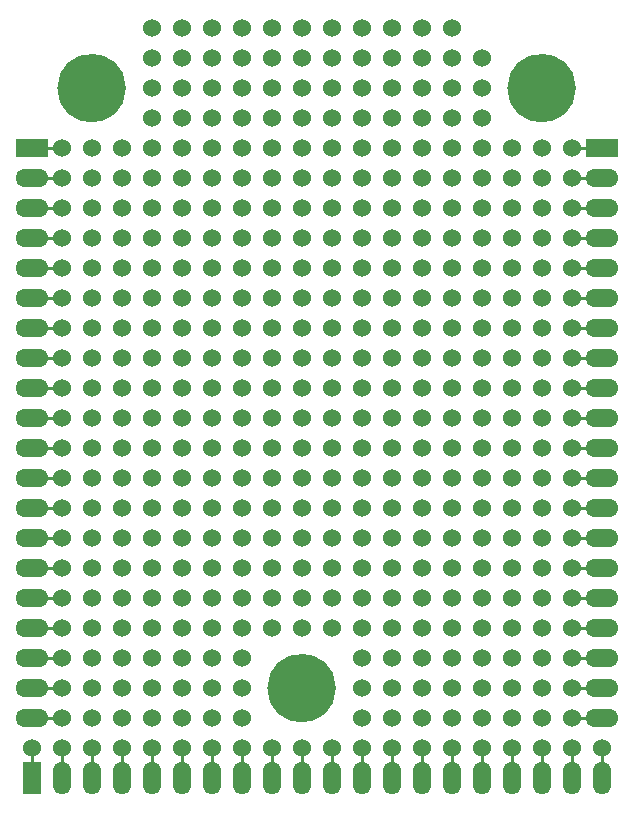
<source format=gtl>
G04 Layer_Physical_Order=1*
G04 Layer_Color=255*
%FSLAX25Y25*%
%MOIN*%
G70*
G01*
G75*
%ADD10C,0.03937*%
%ADD11C,0.01000*%
%ADD12C,0.06000*%
%ADD13C,0.17323*%
%ADD14R,0.11000X0.06000*%
%ADD15O,0.11000X0.06000*%
%ADD16R,0.06000X0.11000*%
%ADD17O,0.06000X0.11000*%
%ADD18C,0.02362*%
D10*
X429449Y170000D02*
G03*
X429449Y170000I-9449J0D01*
G01*
X359449Y370000D02*
G03*
X359449Y370000I-9449J0D01*
G01*
X509449D02*
G03*
X509449Y370000I-9449J0D01*
G01*
D11*
X510000Y160000D02*
X520000D01*
X510000Y170000D02*
X520000D01*
X510000Y180000D02*
X520000D01*
X510000Y190000D02*
X520000D01*
X510000Y200000D02*
X520000D01*
X510000Y210000D02*
X520000D01*
X510000Y220000D02*
X520000D01*
X510000Y230000D02*
X520000D01*
X510000Y240000D02*
X520000D01*
X510000Y330000D02*
X520000D01*
X510000Y320000D02*
X520000D01*
X510000Y310000D02*
X520000D01*
X510000Y300000D02*
X520000D01*
X510000Y290000D02*
X520000D01*
X510000Y280000D02*
X520000D01*
X510000Y270000D02*
X520000D01*
X510000Y260000D02*
X520000D01*
X510000Y250000D02*
X520000D01*
X510000Y340000D02*
X520000D01*
X510000Y350000D02*
X520000D01*
X330000Y140000D02*
Y150000D01*
X340000Y140000D02*
Y150000D01*
X350000Y140000D02*
Y150000D01*
X360000Y140000D02*
Y150000D01*
X370000Y140000D02*
Y150000D01*
X380000Y140000D02*
Y150000D01*
X390000Y140000D02*
Y150000D01*
X400000Y140000D02*
Y150000D01*
X410000Y140000D02*
Y150000D01*
X500000Y140000D02*
Y150000D01*
X490000Y140000D02*
Y150000D01*
X480000Y140000D02*
Y150000D01*
X470000Y140000D02*
Y150000D01*
X460000Y140000D02*
Y150000D01*
X450000Y140000D02*
Y150000D01*
X440000Y140000D02*
Y150000D01*
X430000Y140000D02*
Y150000D01*
X420000Y140000D02*
Y150000D01*
X510000Y140000D02*
Y150000D01*
X520000Y140000D02*
Y150000D01*
X330000Y160000D02*
X340000D01*
X330000Y170000D02*
X340000D01*
X330000Y260000D02*
X340000D01*
X330000Y250000D02*
X340000D01*
X330000Y240000D02*
X340000D01*
X330000Y230000D02*
X340000D01*
X330000Y220000D02*
X340000D01*
X330000Y210000D02*
X340000D01*
X330000Y200000D02*
X340000D01*
X330000Y190000D02*
X340000D01*
X330000Y180000D02*
X340000D01*
X330000Y270000D02*
X340000D01*
X330000Y280000D02*
X340000D01*
X330000Y290000D02*
X340000D01*
X330000Y300000D02*
X340000D01*
X330000Y310000D02*
X340000D01*
X330000Y320000D02*
X340000D01*
X330000Y330000D02*
X340000D01*
X330000Y340000D02*
X340000D01*
X330000Y350000D02*
X340000D01*
D12*
Y150000D02*
D03*
X350000D02*
D03*
X330000D02*
D03*
X360000D02*
D03*
X400000D02*
D03*
X390000D02*
D03*
X380000D02*
D03*
X370000D02*
D03*
X440000D02*
D03*
X430000D02*
D03*
X420000D02*
D03*
X410000D02*
D03*
X480000D02*
D03*
X470000D02*
D03*
X460000D02*
D03*
X450000D02*
D03*
X490000D02*
D03*
X500000D02*
D03*
X510000D02*
D03*
X520000D02*
D03*
X510000Y170000D02*
D03*
Y180000D02*
D03*
Y160000D02*
D03*
Y190000D02*
D03*
Y230000D02*
D03*
Y220000D02*
D03*
Y210000D02*
D03*
Y200000D02*
D03*
Y270000D02*
D03*
Y260000D02*
D03*
Y250000D02*
D03*
Y240000D02*
D03*
Y310000D02*
D03*
Y300000D02*
D03*
Y290000D02*
D03*
Y280000D02*
D03*
Y320000D02*
D03*
Y330000D02*
D03*
Y340000D02*
D03*
Y350000D02*
D03*
X340000Y170000D02*
D03*
Y180000D02*
D03*
Y160000D02*
D03*
Y190000D02*
D03*
Y230000D02*
D03*
Y220000D02*
D03*
Y210000D02*
D03*
Y200000D02*
D03*
Y270000D02*
D03*
Y260000D02*
D03*
Y250000D02*
D03*
Y240000D02*
D03*
Y310000D02*
D03*
Y300000D02*
D03*
Y290000D02*
D03*
Y280000D02*
D03*
Y320000D02*
D03*
Y330000D02*
D03*
Y340000D02*
D03*
Y350000D02*
D03*
X350000D02*
D03*
X360000D02*
D03*
X370000D02*
D03*
X380000D02*
D03*
X390000D02*
D03*
X400000D02*
D03*
X410000D02*
D03*
X420000D02*
D03*
X430000D02*
D03*
X440000D02*
D03*
X450000D02*
D03*
X460000D02*
D03*
X470000D02*
D03*
X490000D02*
D03*
X480000D02*
D03*
X500000D02*
D03*
Y340000D02*
D03*
X480000D02*
D03*
X490000D02*
D03*
X470000D02*
D03*
X460000D02*
D03*
X450000D02*
D03*
X440000D02*
D03*
X430000D02*
D03*
X420000D02*
D03*
X410000D02*
D03*
X400000D02*
D03*
X390000D02*
D03*
X380000D02*
D03*
X370000D02*
D03*
X360000D02*
D03*
X350000D02*
D03*
X500000Y330000D02*
D03*
X480000D02*
D03*
X490000D02*
D03*
X470000D02*
D03*
X460000D02*
D03*
X450000D02*
D03*
X440000D02*
D03*
X430000D02*
D03*
X420000D02*
D03*
X410000D02*
D03*
X400000D02*
D03*
X390000D02*
D03*
X380000D02*
D03*
X370000D02*
D03*
X360000D02*
D03*
X350000D02*
D03*
X500000Y320000D02*
D03*
X480000D02*
D03*
X490000D02*
D03*
X470000D02*
D03*
X460000D02*
D03*
X450000D02*
D03*
X440000D02*
D03*
X430000D02*
D03*
X420000D02*
D03*
X410000D02*
D03*
X400000D02*
D03*
X390000D02*
D03*
X380000D02*
D03*
X370000D02*
D03*
X360000D02*
D03*
X350000D02*
D03*
Y280000D02*
D03*
X360000D02*
D03*
X370000D02*
D03*
X380000D02*
D03*
X390000D02*
D03*
X400000D02*
D03*
X410000D02*
D03*
X420000D02*
D03*
X430000D02*
D03*
X440000D02*
D03*
X450000D02*
D03*
X460000D02*
D03*
X470000D02*
D03*
X490000D02*
D03*
X480000D02*
D03*
X500000D02*
D03*
X350000Y290000D02*
D03*
X360000D02*
D03*
X370000D02*
D03*
X380000D02*
D03*
X390000D02*
D03*
X400000D02*
D03*
X410000D02*
D03*
X420000D02*
D03*
X430000D02*
D03*
X440000D02*
D03*
X450000D02*
D03*
X460000D02*
D03*
X470000D02*
D03*
X490000D02*
D03*
X480000D02*
D03*
X500000D02*
D03*
X350000Y300000D02*
D03*
X360000D02*
D03*
X370000D02*
D03*
X380000D02*
D03*
X390000D02*
D03*
X400000D02*
D03*
X410000D02*
D03*
X420000D02*
D03*
X430000D02*
D03*
X440000D02*
D03*
X450000D02*
D03*
X460000D02*
D03*
X470000D02*
D03*
X490000D02*
D03*
X480000D02*
D03*
X500000D02*
D03*
Y310000D02*
D03*
X480000D02*
D03*
X490000D02*
D03*
X470000D02*
D03*
X460000D02*
D03*
X450000D02*
D03*
X440000D02*
D03*
X430000D02*
D03*
X420000D02*
D03*
X410000D02*
D03*
X400000D02*
D03*
X390000D02*
D03*
X380000D02*
D03*
X370000D02*
D03*
X360000D02*
D03*
X350000D02*
D03*
Y240000D02*
D03*
X360000D02*
D03*
X370000D02*
D03*
X380000D02*
D03*
X390000D02*
D03*
X400000D02*
D03*
X410000D02*
D03*
X420000D02*
D03*
X430000D02*
D03*
X440000D02*
D03*
X450000D02*
D03*
X460000D02*
D03*
X470000D02*
D03*
X490000D02*
D03*
X480000D02*
D03*
X500000D02*
D03*
X350000Y250000D02*
D03*
X360000D02*
D03*
X370000D02*
D03*
X380000D02*
D03*
X390000D02*
D03*
X400000D02*
D03*
X410000D02*
D03*
X420000D02*
D03*
X430000D02*
D03*
X440000D02*
D03*
X450000D02*
D03*
X460000D02*
D03*
X470000D02*
D03*
X490000D02*
D03*
X480000D02*
D03*
X500000D02*
D03*
X350000Y260000D02*
D03*
X360000D02*
D03*
X370000D02*
D03*
X380000D02*
D03*
X390000D02*
D03*
X400000D02*
D03*
X410000D02*
D03*
X420000D02*
D03*
X430000D02*
D03*
X440000D02*
D03*
X450000D02*
D03*
X460000D02*
D03*
X470000D02*
D03*
X490000D02*
D03*
X480000D02*
D03*
X500000D02*
D03*
Y270000D02*
D03*
X480000D02*
D03*
X490000D02*
D03*
X470000D02*
D03*
X460000D02*
D03*
X450000D02*
D03*
X440000D02*
D03*
X430000D02*
D03*
X420000D02*
D03*
X410000D02*
D03*
X400000D02*
D03*
X390000D02*
D03*
X380000D02*
D03*
X370000D02*
D03*
X360000D02*
D03*
X350000D02*
D03*
Y200000D02*
D03*
X360000D02*
D03*
X370000D02*
D03*
X380000D02*
D03*
X390000D02*
D03*
X400000D02*
D03*
X410000D02*
D03*
X420000D02*
D03*
X430000D02*
D03*
X440000D02*
D03*
X450000D02*
D03*
X460000D02*
D03*
X470000D02*
D03*
X490000D02*
D03*
X480000D02*
D03*
X500000D02*
D03*
X350000Y210000D02*
D03*
X360000D02*
D03*
X370000D02*
D03*
X380000D02*
D03*
X390000D02*
D03*
X400000D02*
D03*
X410000D02*
D03*
X420000D02*
D03*
X430000D02*
D03*
X440000D02*
D03*
X450000D02*
D03*
X460000D02*
D03*
X470000D02*
D03*
X490000D02*
D03*
X480000D02*
D03*
X500000D02*
D03*
X350000Y220000D02*
D03*
X360000D02*
D03*
X370000D02*
D03*
X380000D02*
D03*
X390000D02*
D03*
X400000D02*
D03*
X410000D02*
D03*
X420000D02*
D03*
X430000D02*
D03*
X440000D02*
D03*
X450000D02*
D03*
X460000D02*
D03*
X470000D02*
D03*
X490000D02*
D03*
X480000D02*
D03*
X500000D02*
D03*
Y230000D02*
D03*
X480000D02*
D03*
X490000D02*
D03*
X470000D02*
D03*
X460000D02*
D03*
X450000D02*
D03*
X440000D02*
D03*
X430000D02*
D03*
X420000D02*
D03*
X410000D02*
D03*
X400000D02*
D03*
X390000D02*
D03*
X380000D02*
D03*
X370000D02*
D03*
X360000D02*
D03*
X350000D02*
D03*
X500000Y190000D02*
D03*
X480000D02*
D03*
X490000D02*
D03*
X470000D02*
D03*
X460000D02*
D03*
X450000D02*
D03*
X440000D02*
D03*
X430000D02*
D03*
X420000D02*
D03*
X410000D02*
D03*
X400000D02*
D03*
X390000D02*
D03*
X380000D02*
D03*
X370000D02*
D03*
X360000D02*
D03*
X350000D02*
D03*
Y160000D02*
D03*
X360000D02*
D03*
X370000D02*
D03*
X380000D02*
D03*
X390000D02*
D03*
X400000D02*
D03*
Y180000D02*
D03*
X390000D02*
D03*
X380000D02*
D03*
X370000D02*
D03*
X360000D02*
D03*
X350000D02*
D03*
X400000Y170000D02*
D03*
X390000D02*
D03*
X380000D02*
D03*
X370000D02*
D03*
X360000D02*
D03*
X350000D02*
D03*
X440000Y160000D02*
D03*
X450000D02*
D03*
X460000D02*
D03*
X470000D02*
D03*
X480000D02*
D03*
X490000D02*
D03*
Y180000D02*
D03*
X480000D02*
D03*
X470000D02*
D03*
X460000D02*
D03*
X450000D02*
D03*
X440000D02*
D03*
X490000Y170000D02*
D03*
X480000D02*
D03*
X470000D02*
D03*
X460000D02*
D03*
X450000D02*
D03*
X440000D02*
D03*
X500000D02*
D03*
Y160000D02*
D03*
Y180000D02*
D03*
X370000Y360000D02*
D03*
X380000D02*
D03*
X390000D02*
D03*
X400000D02*
D03*
X410000D02*
D03*
X420000D02*
D03*
X430000D02*
D03*
X440000D02*
D03*
X450000D02*
D03*
X460000D02*
D03*
X470000D02*
D03*
X480000D02*
D03*
X370000Y370000D02*
D03*
X380000D02*
D03*
X390000D02*
D03*
X400000D02*
D03*
X410000D02*
D03*
X420000D02*
D03*
X430000D02*
D03*
X440000D02*
D03*
X450000D02*
D03*
X460000D02*
D03*
X470000D02*
D03*
X480000D02*
D03*
Y380000D02*
D03*
X470000D02*
D03*
X460000D02*
D03*
X450000D02*
D03*
X440000D02*
D03*
X430000D02*
D03*
X420000D02*
D03*
X410000D02*
D03*
X400000D02*
D03*
X390000D02*
D03*
X380000D02*
D03*
X370000D02*
D03*
Y390000D02*
D03*
X380000D02*
D03*
X390000D02*
D03*
X400000D02*
D03*
X410000D02*
D03*
X420000D02*
D03*
X430000D02*
D03*
X440000D02*
D03*
X450000D02*
D03*
X460000D02*
D03*
X470000D02*
D03*
D13*
X420000Y170000D02*
D03*
X350000Y370000D02*
D03*
X500000D02*
D03*
D14*
X520000Y350000D02*
D03*
X330000D02*
D03*
D15*
X520000Y340000D02*
D03*
Y330000D02*
D03*
Y320000D02*
D03*
Y310000D02*
D03*
Y300000D02*
D03*
Y290000D02*
D03*
Y280000D02*
D03*
Y270000D02*
D03*
Y260000D02*
D03*
Y250000D02*
D03*
Y240000D02*
D03*
Y230000D02*
D03*
Y220000D02*
D03*
Y210000D02*
D03*
Y200000D02*
D03*
Y190000D02*
D03*
Y180000D02*
D03*
Y170000D02*
D03*
Y160000D02*
D03*
X330000Y340000D02*
D03*
Y330000D02*
D03*
Y320000D02*
D03*
Y310000D02*
D03*
Y300000D02*
D03*
Y290000D02*
D03*
Y280000D02*
D03*
Y270000D02*
D03*
Y260000D02*
D03*
Y250000D02*
D03*
Y240000D02*
D03*
Y230000D02*
D03*
Y220000D02*
D03*
Y210000D02*
D03*
Y200000D02*
D03*
Y190000D02*
D03*
Y180000D02*
D03*
Y170000D02*
D03*
Y160000D02*
D03*
D16*
Y140000D02*
D03*
D17*
X340000D02*
D03*
X350000D02*
D03*
X360000D02*
D03*
X370000D02*
D03*
X380000D02*
D03*
X390000D02*
D03*
X400000D02*
D03*
X410000D02*
D03*
X420000D02*
D03*
X430000D02*
D03*
X440000D02*
D03*
X450000D02*
D03*
X460000D02*
D03*
X470000D02*
D03*
X480000D02*
D03*
X490000D02*
D03*
X500000D02*
D03*
X510000D02*
D03*
X520000D02*
D03*
D18*
X426124Y176125D02*
D03*
X428661Y170000D02*
D03*
X426124Y163875D02*
D03*
X420000Y161339D02*
D03*
X413875Y163875D02*
D03*
X411339Y170000D02*
D03*
X413875Y176125D02*
D03*
X420000Y178661D02*
D03*
X356124Y376125D02*
D03*
X358661Y370000D02*
D03*
X356124Y363876D02*
D03*
X350000Y361339D02*
D03*
X343876Y363876D02*
D03*
X341339Y370000D02*
D03*
X343876Y376125D02*
D03*
X350000Y378661D02*
D03*
X506124Y376125D02*
D03*
X508661Y370000D02*
D03*
X506124Y363876D02*
D03*
X500000Y361339D02*
D03*
X493876Y363876D02*
D03*
X491339Y370000D02*
D03*
X493876Y376125D02*
D03*
X500000Y378661D02*
D03*
M02*

</source>
